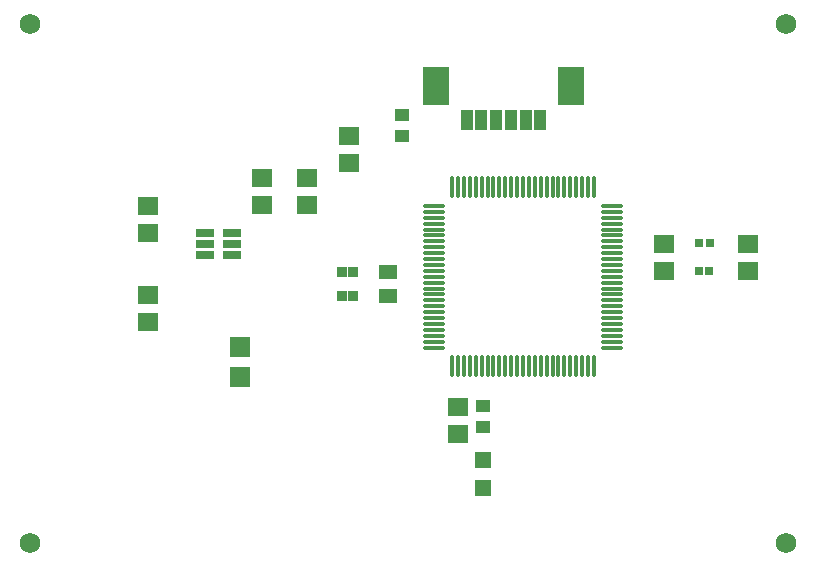
<source format=gts>
G04*
G04 #@! TF.GenerationSoftware,Altium Limited,Altium Designer,18.1.7 (191)*
G04*
G04 Layer_Color=8388736*
%FSLAX25Y25*%
%MOIN*%
G70*
G01*
G75*
%ADD30R,0.06154X0.03162*%
%ADD31R,0.03950X0.07099*%
%ADD32R,0.09068X0.12611*%
%ADD33R,0.02926X0.03162*%
%ADD34R,0.05524X0.05524*%
%ADD35R,0.05918X0.04737*%
%ADD36O,0.01581X0.07290*%
%ADD37O,0.07290X0.01581*%
%ADD38R,0.06706X0.05918*%
%ADD39R,0.04737X0.04343*%
%ADD40R,0.03635X0.03635*%
%ADD41R,0.07099X0.07099*%
%ADD42C,0.06800*%
D30*
X67618Y103579D02*
D03*
Y99839D02*
D03*
Y96098D02*
D03*
X58366D02*
D03*
Y99839D02*
D03*
Y103579D02*
D03*
D31*
X150587Y141130D02*
D03*
X170272D02*
D03*
X165350D02*
D03*
X160429D02*
D03*
X155508D02*
D03*
X145665D02*
D03*
D32*
X180311Y152547D02*
D03*
X135626D02*
D03*
D33*
X223067Y90839D02*
D03*
X226468D02*
D03*
X223268Y100150D02*
D03*
X226669D02*
D03*
D34*
X150969Y18390D02*
D03*
Y27839D02*
D03*
D35*
X119468Y82465D02*
D03*
Y90339D02*
D03*
D36*
X140847Y118661D02*
D03*
X142815D02*
D03*
X144783D02*
D03*
X146752Y118661D02*
D03*
X148721D02*
D03*
X150689D02*
D03*
X152657D02*
D03*
X154626Y118661D02*
D03*
X156595Y118661D02*
D03*
X158563D02*
D03*
X160531D02*
D03*
X162500D02*
D03*
X164469D02*
D03*
X166437Y118661D02*
D03*
X168405D02*
D03*
X170374Y118661D02*
D03*
X172343D02*
D03*
X174311D02*
D03*
X176279D02*
D03*
X178248D02*
D03*
X180217Y118661D02*
D03*
X182185D02*
D03*
X184153D02*
D03*
X186122Y118661D02*
D03*
X188091D02*
D03*
Y59016D02*
D03*
X186122Y59016D02*
D03*
X184153D02*
D03*
X182185Y59016D02*
D03*
X180217D02*
D03*
X178248Y59016D02*
D03*
X176279D02*
D03*
X174311Y59016D02*
D03*
X172343D02*
D03*
X170374D02*
D03*
X168405D02*
D03*
X166437D02*
D03*
X164469D02*
D03*
X162500D02*
D03*
X160531D02*
D03*
X158563D02*
D03*
X156595D02*
D03*
X154626D02*
D03*
X152657Y59016D02*
D03*
X150689D02*
D03*
X148721Y59016D02*
D03*
X146752D02*
D03*
X144783Y59016D02*
D03*
X142815D02*
D03*
X140847D02*
D03*
D37*
X194291Y112461D02*
D03*
Y110492D02*
D03*
Y108524D02*
D03*
Y106555D02*
D03*
Y104587D02*
D03*
Y102618D02*
D03*
Y100650D02*
D03*
X194291Y98681D02*
D03*
X194291Y96713D02*
D03*
Y94744D02*
D03*
Y92776D02*
D03*
X194291Y90807D02*
D03*
Y88839D02*
D03*
Y86870D02*
D03*
Y84902D02*
D03*
X194291Y82933D02*
D03*
Y80965D02*
D03*
Y78996D02*
D03*
Y77028D02*
D03*
Y75059D02*
D03*
Y73090D02*
D03*
Y71122D02*
D03*
Y69153D02*
D03*
Y67185D02*
D03*
Y65216D02*
D03*
X134646D02*
D03*
Y67185D02*
D03*
Y69153D02*
D03*
X134646Y71122D02*
D03*
Y73090D02*
D03*
X134646Y75059D02*
D03*
Y77027D02*
D03*
X134646Y78996D02*
D03*
X134646Y80965D02*
D03*
Y82933D02*
D03*
X134646Y84902D02*
D03*
Y86870D02*
D03*
Y88839D02*
D03*
Y90807D02*
D03*
Y92776D02*
D03*
X134646Y94744D02*
D03*
Y96713D02*
D03*
X134646Y98681D02*
D03*
X134646Y100650D02*
D03*
Y102618D02*
D03*
Y104587D02*
D03*
Y106555D02*
D03*
Y108524D02*
D03*
Y110492D02*
D03*
Y112461D02*
D03*
D38*
X39469Y82839D02*
D03*
Y73839D02*
D03*
X106468Y135839D02*
D03*
Y126839D02*
D03*
X39469Y112339D02*
D03*
Y103339D02*
D03*
X92469Y112839D02*
D03*
Y121839D02*
D03*
X142815Y36339D02*
D03*
Y45339D02*
D03*
X77469Y112839D02*
D03*
Y121839D02*
D03*
X211469Y90839D02*
D03*
Y99839D02*
D03*
X239469Y90839D02*
D03*
Y99839D02*
D03*
D39*
X150969Y45839D02*
D03*
Y38839D02*
D03*
X123969Y135839D02*
D03*
Y142839D02*
D03*
D40*
X104000Y82465D02*
D03*
X107937D02*
D03*
X104000Y90339D02*
D03*
X107937D02*
D03*
D41*
X69968Y55339D02*
D03*
Y65339D02*
D03*
D42*
X251969Y173228D02*
D03*
Y0D02*
D03*
X0Y173228D02*
D03*
Y0D02*
D03*
M02*

</source>
